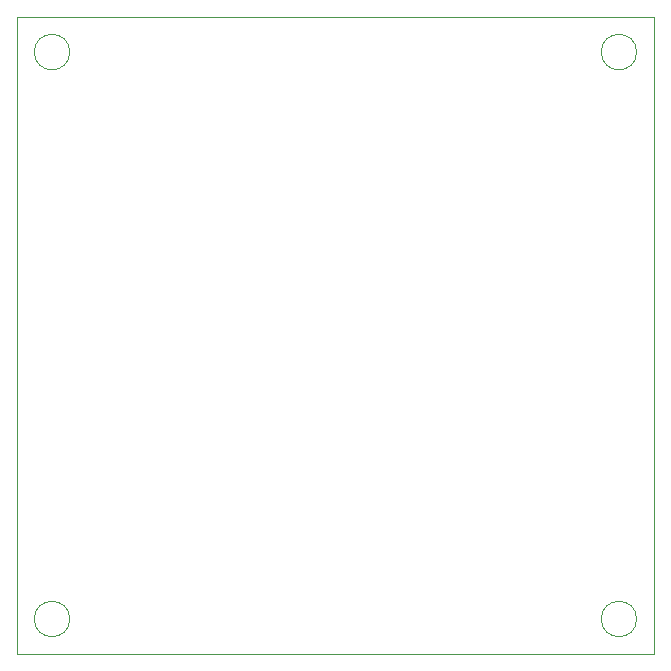
<source format=gbr>
%TF.GenerationSoftware,KiCad,Pcbnew,6.0.11+dfsg-1~bpo11+1*%
%TF.CreationDate,2023-07-05T16:28:11+02:00*%
%TF.ProjectId,dvert_21,64766572-745f-4323-912e-6b696361645f,rev?*%
%TF.SameCoordinates,Original*%
%TF.FileFunction,Profile,NP*%
%FSLAX46Y46*%
G04 Gerber Fmt 4.6, Leading zero omitted, Abs format (unit mm)*
G04 Created by KiCad (PCBNEW 6.0.11+dfsg-1~bpo11+1) date 2023-07-05 16:28:11*
%MOMM*%
%LPD*%
G01*
G04 APERTURE LIST*
%TA.AperFunction,Profile*%
%ADD10C,0.100000*%
%TD*%
G04 APERTURE END LIST*
D10*
X120500000Y-69000000D02*
G75*
G03*
X120500000Y-69000000I-1500000J0D01*
G01*
X116000000Y-120000000D02*
X170000000Y-120000000D01*
X170000000Y-120000000D02*
X170000000Y-66000000D01*
X170000000Y-66000000D02*
X116000000Y-66000000D01*
X116000000Y-66000000D02*
X116000000Y-120000000D01*
X168500000Y-117000000D02*
G75*
G03*
X168500000Y-117000000I-1500000J0D01*
G01*
X168500000Y-69000000D02*
G75*
G03*
X168500000Y-69000000I-1500000J0D01*
G01*
X120500000Y-117000000D02*
G75*
G03*
X120500000Y-117000000I-1500000J0D01*
G01*
M02*

</source>
